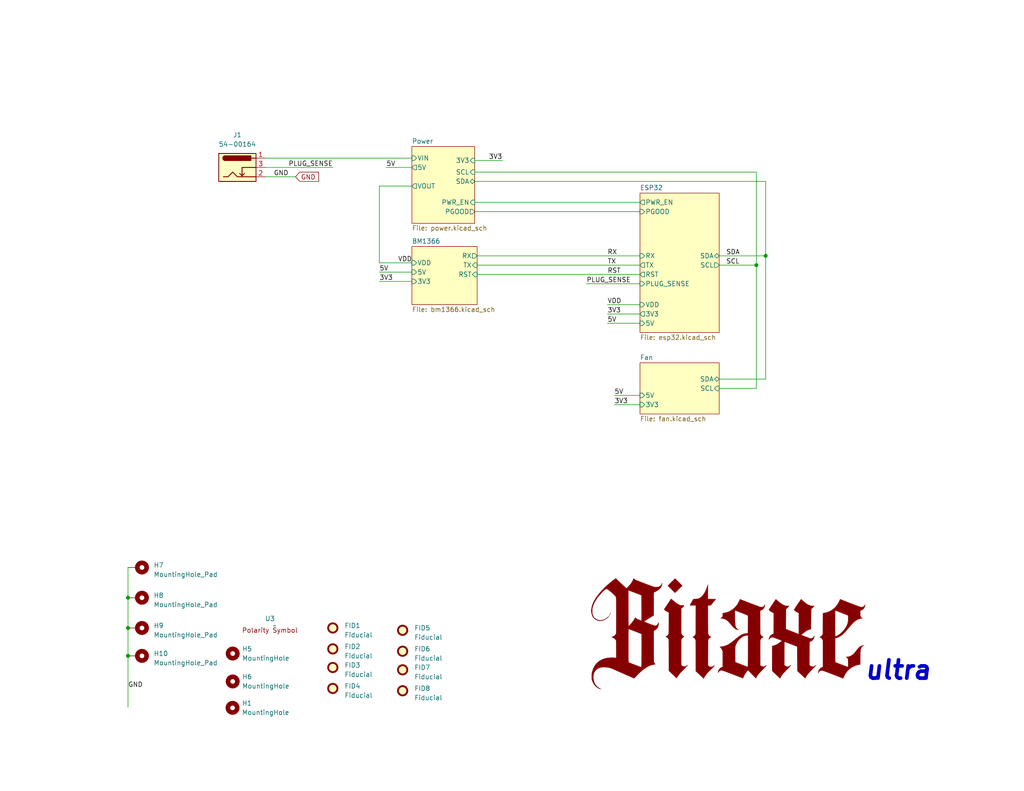
<source format=kicad_sch>
(kicad_sch (version 20231120) (generator "eeschema") (generator_version "8.0")
  (paper "A")
  (title_block (title "BM1366 bitaxe") (date "2023-10-25") (rev "203"))
  (lib_symbols
    (symbol "Connector:Barrel_Jack_Switch" (pin_names hide)
      (property "Reference" "J" (at 0 5.334 0))
      (property "Value" "Barrel_Jack_Switch" (at 0 -5.08 0))
      (symbol "Barrel_Jack_Switch_1_1"
        (pin passive line (at 7.62 2.54 180) (length 2.54) (name "~") (number "1"))
        (pin passive line (at 7.62 -2.54 180) (length 2.54) (name "~") (number "2"))
        (pin passive line (at 7.62 0 180) (length 2.54) (name "~") (number "3"))
      )
    )
    (symbol "Mechanical:Fiducial"
      (property "Reference" "FID" (at 0 5.08 0))
      (property "Value" "Fiducial" (at 0 3.175 0))
    )
    (symbol "Mechanical:MountingHole" (pin_names (offset 1.016))
      (property "Reference" "H" (at 0 5.08 0))
      (property "Value" "MountingHole" (at 0 3.175 0))
    )
    (symbol "Mechanical:MountingHole_Pad" (pin_numbers hide) (pin_names (offset 1.016) hide)
      (property "Reference" "H" (at 0 6.35 0))
      (property "Value" "MountingHole_Pad" (at 0 4.445 0))
      (symbol "MountingHole_Pad_1_1"
        (pin input line (at 0 -2.54 90) (length 2.54) (name "1") (number "1"))
      )
    )
    (symbol "bitaxe:LOGO" (pin_names (offset 1.016)))
    (symbol "bitaxe:polarity" (in_bom no)
      (property "Reference" "U" (at 0 0 0))
      (symbol "polarity_1_1"
        (text "Polarity Symbol" (at -1.27 -1.27 0) (effects (font (size 1.27 1.27))))
      )
    )
  )
  (junction (at 208.915 69.85))
  (junction (at 34.925 179.07))
  (junction (at 34.925 171.45))
  (junction (at 206.375 72.39))
  (junction (at 34.925 163.195))
  (wire (pts (xy 129.54 46.99) (xy 206.375 46.99)))
  (wire (pts (xy 196.215 72.39) (xy 206.375 72.39)))
  (wire (pts (xy 105.41 45.72) (xy 112.395 45.72)))
  (wire (pts (xy 130.175 72.39) (xy 174.625 72.39)))
  (wire (pts (xy 165.735 88.265) (xy 174.625 88.265)))
  (wire (pts (xy 72.39 43.18) (xy 112.395 43.18)))
  (wire (pts (xy 72.39 48.26) (xy 80.645 48.26)))
  (wire (pts (xy 167.64 110.49) (xy 174.625 110.49)))
  (wire (pts (xy 160.02 77.47) (xy 174.625 77.47)))
  (wire (pts (xy 208.915 49.53) (xy 208.915 69.85)))
  (wire (pts (xy 129.54 49.53) (xy 208.915 49.53)))
  (wire (pts (xy 72.39 45.72) (xy 90.805 45.72)))
  (wire (pts (xy 165.735 83.185) (xy 174.625 83.185)))
  (wire (pts (xy 206.375 72.39) (xy 206.375 106.045)))
  (wire (pts (xy 206.375 46.99) (xy 206.375 72.39)))
  (wire (pts (xy 129.54 55.245) (xy 174.625 55.245)))
  (wire (pts (xy 196.215 69.85) (xy 208.915 69.85)))
  (wire (pts (xy 34.925 163.195) (xy 34.925 171.45)))
  (wire (pts (xy 103.505 76.835) (xy 112.395 76.835)))
  (wire (pts (xy 130.175 69.85) (xy 174.625 69.85)))
  (wire (pts (xy 196.215 103.505) (xy 208.915 103.505)))
  (wire (pts (xy 103.505 71.755) (xy 103.505 50.8)))
  (wire (pts (xy 196.215 106.045) (xy 206.375 106.045)))
  (wire (pts (xy 103.505 74.295) (xy 112.395 74.295)))
  (wire (pts (xy 208.915 103.505) (xy 208.915 69.85)))
  (wire (pts (xy 129.54 57.785) (xy 174.625 57.785)))
  (wire (pts (xy 167.64 107.95) (xy 174.625 107.95)))
  (wire (pts (xy 34.925 179.07) (xy 34.925 193.04)))
  (wire (pts (xy 34.925 154.94) (xy 34.925 163.195)))
  (wire (pts (xy 165.735 85.725) (xy 174.625 85.725)))
  (wire (pts (xy 112.395 71.755) (xy 103.505 71.755)))
  (wire (pts (xy 103.505 50.8) (xy 112.395 50.8)))
  (wire (pts (xy 130.175 74.93) (xy 174.625 74.93)))
  (wire (pts (xy 34.925 171.45) (xy 34.925 179.07)))
  (wire (pts (xy 129.54 43.815) (xy 137.16 43.815)))
  (text "ultra" (at 235.585 186.055 0) (effects (font (size 5 5) (thickness 1) (bold yes) (italic yes)) (justify left bottom)))
  (label "PLUG_SENSE" (at 90.805 45.72 180))
  (label "VDD" (at 165.735 83.185 0))
  (label "3V3" (at 103.505 76.835 0))
  (label "RST" (at 165.735 74.93 0))
  (label "VDD" (at 108.585 71.755 0))
  (label "5V" (at 105.41 45.72 0))
  (label "5V" (at 167.64 107.95 0))
  (label "SDA" (at 198.12 69.85 0))
  (label "GND" (at 34.925 187.96 0))
  (label "RX" (at 165.735 69.85 0))
  (label "3V3" (at 133.35 43.815 0))
  (label "3V3" (at 165.735 85.725 0))
  (label "SCL" (at 198.12 72.39 0))
  (label "5V" (at 165.735 88.265 0))
  (label "3V3" (at 167.64 110.49 0))
  (label "5V" (at 103.505 74.295 0))
  (label "GND" (at 78.74 48.26 180))
  (label "PLUG_SENSE" (at 160.02 77.47 0))
  (label "TX" (at 165.735 72.39 0))
  (global_label "GND" (shape input) (at 80.645 48.26 0) (property "Intersheetrefs" "${INTERSHEET_REFS}" (effects (hide yes))))
  (symbol (lib_id "Mechanical:Fiducial") (at 90.805 177.165 0) (unit 1) (in_bom no)
    (property "Reference" "FID2" (at 93.98 176.53 0) (effects (justify left)))
    (property "Value" "Fiducial" (at 93.98 179.07 0) (effects (justify left)))
    (property "Footprint" "Fiducial:Fiducial_1mm_Mask2mm" (effects (hide yes)))
  )
  (symbol (lib_id "Mechanical:Fiducial") (at 90.805 182.245 0) (unit 1) (in_bom no)
    (property "Reference" "FID3" (at 93.98 181.61 0) (effects (justify left)))
    (property "Value" "Fiducial" (at 93.98 184.15 0) (effects (justify left)))
    (property "Footprint" "Fiducial:Fiducial_1mm_Mask2mm" (effects (hide yes)))
  )
  (symbol (lib_id "Mechanical:Fiducial") (at 90.805 187.96 0) (unit 1) (in_bom no)
    (property "Reference" "FID4" (at 93.98 187.325 0) (effects (justify left)))
    (property "Value" "Fiducial" (at 93.98 189.865 0) (effects (justify left)))
    (property "Footprint" "Fiducial:Fiducial_1mm_Mask2mm" (effects (hide yes)))
  )
  (symbol (lib_id "Mechanical:Fiducial") (at 109.855 177.8 0) (unit 1) (in_bom no)
    (property "Reference" "FID6" (at 113.03 177.165 0) (effects (justify left)))
    (property "Value" "Fiducial" (at 113.03 179.705 0) (effects (justify left)))
    (property "Footprint" "Fiducial:Fiducial_1mm_Mask2mm" (effects (hide yes)))
  )
  (symbol (lib_id "Connector:Barrel_Jack_Switch") (at 64.77 45.72 0) (unit 1)
    (property "Reference" "J1" (at 64.77 36.83 0))
    (property "Value" "54-00164" (at 64.77 39.37 0))
    (property "Footprint" "bitaxe:BarrelJack_Wuerth_694106106102_2.0x5.5mm" (effects (hide yes)))
    (property "Datasheet" "https://tensility.s3.amazonaws.com/uploads/pdffiles/54-00164.pdf?X-Amz-Expires=600&X-Amz-Date=20231120T033415Z&X-Amz-Algorithm=AWS4-HMAC-SHA256&X-Amz-Credential=AKIAIS2S4WRDQDSWDRZQ%2F20231120%2Fus-west-2%2Fs3%2Faws4_request&X-Amz-SignedHeaders=host&X-Amz-Signature=0ec7ce6b9e4957ccc83a05eb1138fede41cc8592648d2aac3c65914c1c151ca7" (effects (hide yes)))
    (property "DK" "839-54-00164CT-ND" (effects (hide yes)))
    (property "PARTNO" "54-00164" (effects (hide yes)))
  )
  (symbol (lib_id "Mechanical:MountingHole_Pad") (at 37.465 154.94 270) (unit 1) (in_bom no)
    (property "Reference" "H7" (at 41.91 154.305 90) (effects (justify left)))
    (property "Value" "MountingHole_Pad" (at 41.91 156.845 90) (effects (justify left)))
    (property "Footprint" "MountingHole:MountingHole_3mm_Pad_Via" (effects (hide yes)))
  )
  (symbol (lib_id "Mechanical:MountingHole") (at 63.4535 193.2552 0) (unit 1) (in_bom no)
    (property "Reference" "H1" (at 65.9935 191.9851 0) (effects (justify left)))
    (property "Value" "MountingHole" (at 65.9935 194.5251 0) (effects (justify left)))
    (property "Footprint" "MountingHole:MountingHole_3.5mm" (effects (hide yes)))
  )
  (symbol (lib_id "Mechanical:Fiducial") (at 90.805 171.45 0) (unit 1) (in_bom no)
    (property "Reference" "FID1" (at 93.98 170.815 0) (effects (justify left)))
    (property "Value" "Fiducial" (at 93.98 173.355 0) (effects (justify left)))
    (property "Footprint" "Fiducial:Fiducial_1mm_Mask2mm" (effects (hide yes)))
  )
  (symbol (lib_id "Mechanical:Fiducial") (at 109.855 188.595 0) (unit 1) (in_bom no)
    (property "Reference" "FID8" (at 113.03 187.96 0) (effects (justify left)))
    (property "Value" "Fiducial" (at 113.03 190.5 0) (effects (justify left)))
    (property "Footprint" "Fiducial:Fiducial_1mm_Mask2mm" (effects (hide yes)))
  )
  (symbol (lib_id "Mechanical:Fiducial") (at 109.855 172.085 0) (unit 1) (in_bom no)
    (property "Reference" "FID5" (at 113.03 171.45 0) (effects (justify left)))
    (property "Value" "Fiducial" (at 113.03 173.99 0) (effects (justify left)))
    (property "Footprint" "Fiducial:Fiducial_1mm_Mask2mm" (effects (hide yes)))
  )
  (symbol (lib_id "Mechanical:MountingHole") (at 63.5 186.055 0) (unit 1) (in_bom no)
    (property "Reference" "H6" (at 66.04 184.7849 0) (effects (justify left)))
    (property "Value" "MountingHole" (at 66.04 187.3249 0) (effects (justify left)))
    (property "Footprint" "MountingHole:MountingHole_3.5mm" (effects (hide yes)))
  )
  (symbol (lib_id "Mechanical:Fiducial") (at 109.855 182.88 0) (unit 1) (in_bom no)
    (property "Reference" "FID7" (at 113.03 182.245 0) (effects (justify left)))
    (property "Value" "Fiducial" (at 113.03 184.785 0) (effects (justify left)))
    (property "Footprint" "Fiducial:Fiducial_1mm_Mask2mm" (effects (hide yes)))
  )
  (symbol (lib_id "Mechanical:MountingHole") (at 63.5 178.435 0) (unit 1) (in_bom no)
    (property "Reference" "H5" (at 66.04 177.1649 0) (effects (justify left)))
    (property "Value" "MountingHole" (at 66.04 179.7049 0) (effects (justify left)))
    (property "Footprint" "MountingHole:MountingHole_3.5mm" (effects (hide yes)))
  )
  (symbol (lib_id "Mechanical:MountingHole_Pad") (at 37.465 171.45 270) (unit 1) (in_bom no)
    (property "Reference" "H9" (at 41.91 170.815 90) (effects (justify left)))
    (property "Value" "MountingHole_Pad" (at 41.91 173.355 90) (effects (justify left)))
    (property "Footprint" "MountingHole:MountingHole_3mm_Pad_Via" (effects (hide yes)))
  )
  (symbol (lib_id "Mechanical:MountingHole_Pad") (at 37.465 163.195 270) (unit 1) (in_bom no)
    (property "Reference" "H8" (at 41.91 162.56 90) (effects (justify left)))
    (property "Value" "MountingHole_Pad" (at 41.91 165.1 90) (effects (justify left)))
    (property "Footprint" "MountingHole:MountingHole_3mm_Pad_Via" (effects (hide yes)))
  )
  (symbol (lib_id "Mechanical:MountingHole_Pad") (at 37.465 179.07 270) (unit 1) (in_bom no)
    (property "Reference" "H10" (at 41.91 178.435 90) (effects (justify left)))
    (property "Value" "MountingHole_Pad" (at 41.91 180.975 90) (effects (justify left)))
    (property "Footprint" "MountingHole:MountingHole_3mm_Pad_Via" (effects (hide yes)))
  )
  (symbol (lib_id "bitaxe:LOGO") (at 197.485 173.99 0) (unit 1)
    (property "Reference" "#G1" (effects (hide yes)))
    (property "Value" "LOGO" (effects (hide yes)))
  )
  (symbol (lib_id "bitaxe:polarity") (at 74.93 170.815 0) (unit 1) (in_bom no)
    (property "Reference" "U3" (at 73.66 168.91 0))
    (property "Value" "~" (at 74.93 170.815 0))
    (property "Footprint" "bitaxe:polarity" (effects (hide yes)))
  )
  (sheet (at 112.395 67.31) (size 17.78 15.875) (stroke (width 0.1524)) (fill (color 255 255 194 1.0000))
    (property "Sheetname" "BM1366" (at 112.395 66.5984 0) (effects (justify left bottom)))
    (property "Sheetfile" "bm1366.kicad_sch" (at 112.395 83.7696 0) (effects (justify left top)))
    (pin "TX" input (at 130.175 72.39 0))
    (pin "RX" output (at 130.175 69.85 0))
    (pin "RST" input (at 130.175 74.93 0))
    (pin "3V3" input (at 112.395 76.835 180))
    (pin "5V" input (at 112.395 74.295 180))
    (pin "VDD" input (at 112.395 71.755 180))
  )
  (sheet (at 174.625 99.06) (size 21.59 13.97) (stroke (width 0.1524)) (fill (color 255 255 194 1.0000))
    (property "Sheetname" "Fan" (at 174.625 98.3484 0) (effects (justify left bottom)))
    (property "Sheetfile" "fan.kicad_sch" (at 174.625 113.6146 0) (effects (justify left top)))
    (pin "SDA" bidirectional (at 196.215 103.505 0))
    (pin "SCL" input (at 196.215 106.045 0))
    (pin "5V" input (at 174.625 107.95 180))
    (pin "3V3" input (at 174.625 110.49 180))
  )
  (sheet (at 112.395 40.005) (size 17.145 20.955) (stroke (width 0.1524)) (fill (color 255 255 194 1.0000))
    (property "Sheetname" "Power" (at 112.395 39.2934 0) (effects (justify left bottom)))
    (property "Sheetfile" "power.kicad_sch" (at 112.395 61.5446 0) (effects (justify left top)))
    (pin "VOUT" output (at 112.395 50.8 180))
    (pin "VIN" input (at 112.395 43.18 180))
    (pin "SCL" input (at 129.54 46.99 0))
    (pin "SDA" bidirectional (at 129.54 49.53 0))
    (pin "5V" output (at 112.395 45.72 180))
    (pin "3V3" input (at 129.54 43.815 0))
    (pin "PGOOD" output (at 129.54 57.785 0))
    (pin "PWR_EN" input (at 129.54 55.245 0))
  )
  (sheet (at 174.625 52.705) (size 21.59 38.1) (stroke (width 0.1524)) (fill (color 255 255 194 1.0000))
    (property "Sheetname" "ESP32" (at 174.625 51.9934 0) (effects (justify left bottom)))
    (property "Sheetfile" "esp32.kicad_sch" (at 174.625 91.3896 0) (effects (justify left top)))
    (pin "SDA" bidirectional (at 196.215 69.85 0))
    (pin "SCL" output (at 196.215 72.39 0))
    (pin "RX" input (at 174.625 69.85 180))
    (pin "TX" output (at 174.625 72.39 180))
    (pin "RST" output (at 174.625 74.93 180))
    (pin "5V" input (at 174.625 88.265 180))
    (pin "3V3" output (at 174.625 85.725 180))
    (pin "PGOOD" input (at 174.625 57.785 180))
    (pin "VDD" input (at 174.625 83.185 180))
    (pin "PWR_EN" output (at 174.625 55.245 180))
    (pin "PLUG_SENSE" input (at 174.625 77.47 180))
  )
)
</source>
